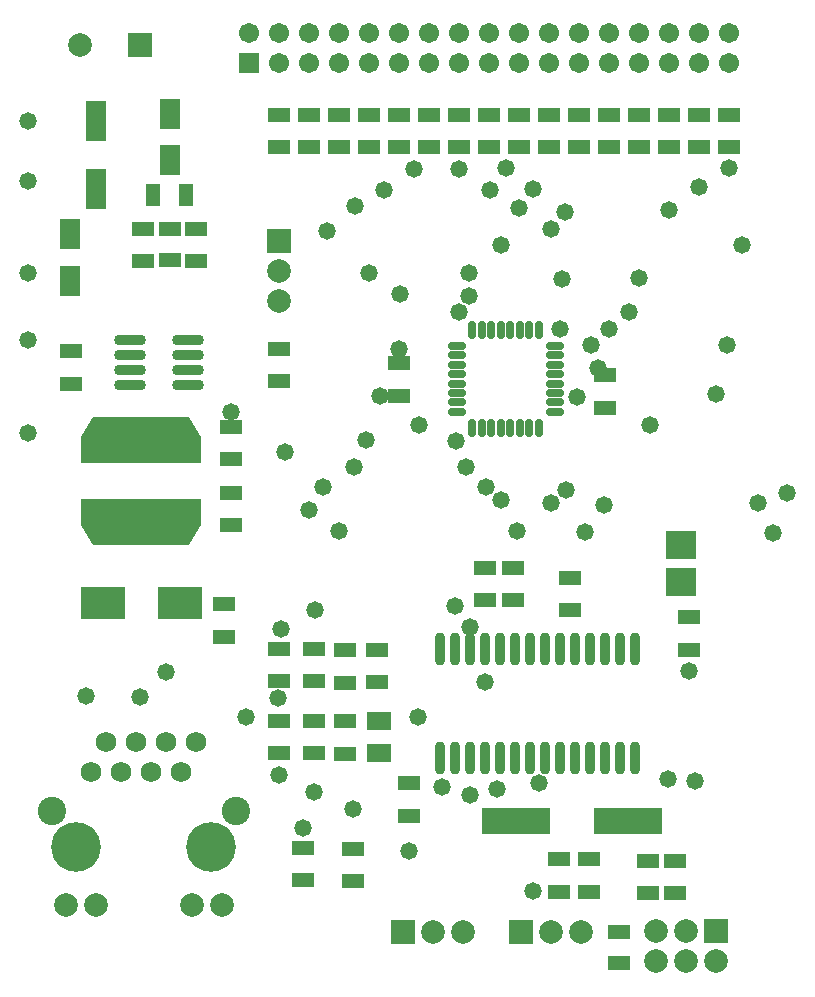
<source format=gts>
G04*
G04 #@! TF.GenerationSoftware,Altium Limited,Altium Designer,19.0.9 (268)*
G04*
G04 Layer_Color=8388736*
%FSLAX25Y25*%
%MOIN*%
G70*
G01*
G75*
%ADD10R,0.07493X0.04540*%
%ADD11O,0.03556X0.11036*%
%ADD12O,0.10642X0.03556*%
%ADD13O,0.06115X0.02965*%
%ADD14O,0.02965X0.06115*%
%ADD15R,0.06902X0.10052*%
%ADD16R,0.07099X0.13202*%
%ADD17R,0.04540X0.07493*%
%ADD18R,0.06706X0.06706*%
%ADD19R,0.14580X0.10642*%
%ADD20R,0.22847X0.09068*%
%ADD21R,0.10052X0.09265*%
%ADD22R,0.07965X0.06272*%
%ADD23C,0.07887*%
%ADD24R,0.07887X0.07887*%
%ADD25C,0.06706*%
%ADD26R,0.06706X0.06706*%
%ADD27R,0.07887X0.07887*%
%ADD28C,0.16548*%
%ADD29C,0.09461*%
%ADD30C,0.06800*%
%ADD31C,0.05800*%
G36*
X65013Y-176571D02*
X65064Y-176581D01*
X65114Y-176598D01*
X65161Y-176621D01*
X65205Y-176651D01*
X65244Y-176685D01*
X65279Y-176725D01*
X65308Y-176768D01*
X65331Y-176815D01*
X65348Y-176865D01*
X65358Y-176916D01*
X65361Y-176969D01*
X65361Y-184843D01*
X65361Y-184844D01*
X65361Y-184846D01*
X65360Y-184870D01*
X65358Y-184895D01*
X65358Y-184897D01*
X65358Y-184898D01*
X65353Y-184922D01*
X65348Y-184946D01*
X65347Y-184948D01*
X65347Y-184949D01*
X65339Y-184972D01*
X65331Y-184996D01*
X65330Y-184997D01*
X65330Y-184999D01*
X65319Y-185021D01*
X65308Y-185043D01*
X65307Y-185044D01*
X65306Y-185046D01*
X61369Y-191739D01*
X61355Y-191759D01*
X61342Y-191779D01*
X61341Y-191781D01*
X61340Y-191782D01*
X61323Y-191801D01*
X61307Y-191819D01*
X61306Y-191820D01*
X61305Y-191821D01*
X61286Y-191838D01*
X61268Y-191853D01*
X61266Y-191854D01*
X61265Y-191855D01*
X61244Y-191869D01*
X61224Y-191883D01*
X61223Y-191883D01*
X61221Y-191884D01*
X61199Y-191895D01*
X61177Y-191906D01*
X61175Y-191906D01*
X61174Y-191907D01*
X61151Y-191915D01*
X61127Y-191923D01*
X61126Y-191923D01*
X61124Y-191923D01*
X61100Y-191928D01*
X61076Y-191933D01*
X61074Y-191933D01*
X61073Y-191933D01*
X61048Y-191935D01*
X61024Y-191936D01*
X29528D01*
X29503Y-191935D01*
X29478Y-191933D01*
X29477Y-191933D01*
X29475Y-191933D01*
X29451Y-191928D01*
X29427Y-191923D01*
X29425Y-191923D01*
X29424Y-191923D01*
X29400Y-191915D01*
X29377Y-191907D01*
X29376Y-191906D01*
X29374Y-191906D01*
X29352Y-191895D01*
X29330Y-191884D01*
X29329Y-191883D01*
X29327Y-191883D01*
X29307Y-191869D01*
X29286Y-191855D01*
X29285Y-191854D01*
X29283Y-191853D01*
X29265Y-191838D01*
X29246Y-191821D01*
X29245Y-191820D01*
X29244Y-191819D01*
X29228Y-191800D01*
X29212Y-191782D01*
X29211Y-191781D01*
X29210Y-191779D01*
X29196Y-191759D01*
X29182Y-191739D01*
X25245Y-185046D01*
X25244Y-185044D01*
X25243Y-185043D01*
X25233Y-185021D01*
X25221Y-184999D01*
X25221Y-184997D01*
X25220Y-184996D01*
X25212Y-184972D01*
X25204Y-184949D01*
X25204Y-184948D01*
X25203Y-184946D01*
X25199Y-184922D01*
X25194Y-184898D01*
X25193Y-184897D01*
X25193Y-184895D01*
X25192Y-184870D01*
X25190Y-184846D01*
X25190Y-184844D01*
X25190Y-184843D01*
Y-176969D01*
X25193Y-176916D01*
X25203Y-176865D01*
X25220Y-176815D01*
X25243Y-176768D01*
X25273Y-176725D01*
X25307Y-176685D01*
X25346Y-176651D01*
X25390Y-176621D01*
X25437Y-176598D01*
X25487Y-176581D01*
X25538Y-176571D01*
X25591Y-176568D01*
X64961D01*
X65013Y-176571D01*
D02*
G37*
G36*
X61049Y-149010D02*
X61073Y-149012D01*
X61074Y-149012D01*
X61076Y-149012D01*
X61100Y-149017D01*
X61124Y-149021D01*
X61126Y-149022D01*
X61127Y-149022D01*
X61151Y-149030D01*
X61174Y-149038D01*
X61175Y-149039D01*
X61177Y-149039D01*
X61199Y-149050D01*
X61221Y-149061D01*
X61223Y-149062D01*
X61224Y-149062D01*
X61244Y-149076D01*
X61265Y-149090D01*
X61266Y-149091D01*
X61268Y-149091D01*
X61286Y-149107D01*
X61305Y-149124D01*
X61306Y-149125D01*
X61307Y-149126D01*
X61323Y-149145D01*
X61340Y-149163D01*
X61341Y-149164D01*
X61342Y-149165D01*
X61355Y-149186D01*
X61369Y-149206D01*
X65306Y-155899D01*
X65307Y-155901D01*
X65308Y-155902D01*
X65319Y-155924D01*
X65330Y-155946D01*
X65330Y-155947D01*
X65331Y-155949D01*
X65339Y-155973D01*
X65347Y-155996D01*
X65347Y-155997D01*
X65348Y-155999D01*
X65353Y-156023D01*
X65358Y-156047D01*
X65358Y-156048D01*
X65358Y-156050D01*
X65360Y-156075D01*
X65361Y-156099D01*
X65361Y-156101D01*
X65361Y-156102D01*
Y-163976D01*
X65358Y-164029D01*
X65348Y-164080D01*
X65331Y-164130D01*
X65308Y-164177D01*
X65279Y-164220D01*
X65244Y-164260D01*
X65205Y-164294D01*
X65161Y-164323D01*
X65114Y-164347D01*
X65064Y-164364D01*
X65013Y-164374D01*
X64961Y-164377D01*
X25591D01*
X25538Y-164374D01*
X25487Y-164364D01*
X25437Y-164347D01*
X25390Y-164323D01*
X25346Y-164294D01*
X25307Y-164260D01*
X25273Y-164220D01*
X25243Y-164177D01*
X25220Y-164130D01*
X25203Y-164080D01*
X25193Y-164029D01*
X25190Y-163976D01*
X25190Y-156102D01*
X25190Y-156101D01*
X25190Y-156099D01*
X25192Y-156075D01*
X25193Y-156050D01*
X25193Y-156048D01*
X25194Y-156047D01*
X25199Y-156023D01*
X25203Y-155999D01*
X25204Y-155997D01*
X25204Y-155996D01*
X25212Y-155973D01*
X25220Y-155949D01*
X25221Y-155947D01*
X25221Y-155946D01*
X25232Y-155924D01*
X25243Y-155902D01*
X25244Y-155901D01*
X25245Y-155899D01*
X29182Y-149206D01*
X29196Y-149186D01*
X29210Y-149165D01*
X29211Y-149164D01*
X29212Y-149163D01*
X29228Y-149144D01*
X29244Y-149126D01*
X29245Y-149125D01*
X29246Y-149124D01*
X29266Y-149107D01*
X29283Y-149091D01*
X29285Y-149091D01*
X29286Y-149090D01*
X29307Y-149076D01*
X29327Y-149062D01*
X29329Y-149062D01*
X29330Y-149061D01*
X29352Y-149050D01*
X29374Y-149039D01*
X29376Y-149039D01*
X29377Y-149038D01*
X29400Y-149030D01*
X29424Y-149022D01*
X29425Y-149022D01*
X29427Y-149021D01*
X29451Y-149017D01*
X29475Y-149012D01*
X29477Y-149012D01*
X29478Y-149012D01*
X29503Y-149010D01*
X29528Y-149009D01*
X61024D01*
X61049Y-149010D01*
D02*
G37*
D10*
X204724Y-331299D02*
D03*
Y-320669D02*
D03*
X63496Y-97087D02*
D03*
Y-86457D02*
D03*
X54736Y-96988D02*
D03*
Y-86358D02*
D03*
X45878Y-97087D02*
D03*
Y-86457D02*
D03*
X75197Y-174606D02*
D03*
Y-185236D02*
D03*
Y-163189D02*
D03*
Y-152559D02*
D03*
X72835Y-211417D02*
D03*
Y-222441D02*
D03*
X22047Y-127165D02*
D03*
Y-138189D02*
D03*
X214173Y-297047D02*
D03*
Y-307677D02*
D03*
X223228Y-297047D02*
D03*
Y-307677D02*
D03*
X91299Y-59252D02*
D03*
Y-48622D02*
D03*
X101299Y-59252D02*
D03*
Y-48622D02*
D03*
X111299Y-59252D02*
D03*
Y-48622D02*
D03*
X121299Y-59252D02*
D03*
Y-48622D02*
D03*
X131299Y-59252D02*
D03*
Y-48622D02*
D03*
X141299Y-59252D02*
D03*
Y-48622D02*
D03*
X200000Y-146063D02*
D03*
Y-135039D02*
D03*
X131299Y-142126D02*
D03*
Y-131102D02*
D03*
X151299Y-59252D02*
D03*
Y-48622D02*
D03*
X161299Y-59252D02*
D03*
Y-48622D02*
D03*
X171299Y-59252D02*
D03*
Y-48622D02*
D03*
X181299Y-59252D02*
D03*
Y-48622D02*
D03*
X191299Y-59252D02*
D03*
Y-48622D02*
D03*
X201299Y-59252D02*
D03*
Y-48622D02*
D03*
X211299Y-59252D02*
D03*
Y-48622D02*
D03*
X221299Y-59252D02*
D03*
Y-48622D02*
D03*
X227756Y-226772D02*
D03*
Y-215748D02*
D03*
X231299Y-59252D02*
D03*
Y-48622D02*
D03*
X241299Y-59252D02*
D03*
Y-48622D02*
D03*
X91339Y-137205D02*
D03*
Y-126575D02*
D03*
Y-226575D02*
D03*
Y-237205D02*
D03*
X113386Y-237795D02*
D03*
Y-226772D02*
D03*
X102756Y-226575D02*
D03*
Y-237205D02*
D03*
X169291Y-199409D02*
D03*
Y-210039D02*
D03*
X91339Y-261220D02*
D03*
Y-250591D02*
D03*
X113386Y-250394D02*
D03*
Y-261417D02*
D03*
X188189Y-202953D02*
D03*
Y-213583D02*
D03*
X102756Y-261220D02*
D03*
Y-250591D02*
D03*
X184646Y-307480D02*
D03*
Y-296457D02*
D03*
X99213Y-303346D02*
D03*
Y-292717D02*
D03*
X115748Y-303740D02*
D03*
Y-293110D02*
D03*
X124016Y-237598D02*
D03*
Y-226968D02*
D03*
X194685Y-307480D02*
D03*
Y-296457D02*
D03*
X159843Y-199409D02*
D03*
Y-210039D02*
D03*
X134449Y-271260D02*
D03*
Y-282283D02*
D03*
D11*
X145000Y-262862D02*
D03*
X150000D02*
D03*
X155000D02*
D03*
X160000D02*
D03*
X165000D02*
D03*
X170000D02*
D03*
X175000D02*
D03*
X180000D02*
D03*
X185000D02*
D03*
X190000D02*
D03*
X195000D02*
D03*
X200000D02*
D03*
X205000D02*
D03*
X210000D02*
D03*
X145000Y-226642D02*
D03*
X150000D02*
D03*
X155000D02*
D03*
X160000D02*
D03*
X165000D02*
D03*
X170000D02*
D03*
X175000D02*
D03*
X180000D02*
D03*
X185000D02*
D03*
X190000D02*
D03*
X195000D02*
D03*
X200000D02*
D03*
X205000D02*
D03*
X210000D02*
D03*
D12*
X60906Y-138406D02*
D03*
Y-133406D02*
D03*
Y-128406D02*
D03*
Y-123406D02*
D03*
X41614Y-138406D02*
D03*
Y-133406D02*
D03*
Y-128406D02*
D03*
Y-123406D02*
D03*
D13*
X150394Y-125394D02*
D03*
Y-128543D02*
D03*
Y-131693D02*
D03*
Y-134843D02*
D03*
Y-137992D02*
D03*
Y-141142D02*
D03*
Y-144291D02*
D03*
Y-147441D02*
D03*
X183071D02*
D03*
Y-144291D02*
D03*
Y-141142D02*
D03*
Y-137992D02*
D03*
Y-134843D02*
D03*
Y-131693D02*
D03*
Y-128543D02*
D03*
Y-125394D02*
D03*
D14*
X155709Y-152756D02*
D03*
X158858D02*
D03*
X162008D02*
D03*
X165157D02*
D03*
X168307D02*
D03*
X171457D02*
D03*
X174606D02*
D03*
X177756D02*
D03*
Y-120079D02*
D03*
X174606D02*
D03*
X171457D02*
D03*
X168307D02*
D03*
X165157D02*
D03*
X162008D02*
D03*
X158858D02*
D03*
X155709D02*
D03*
D15*
X54843Y-63642D02*
D03*
Y-48091D02*
D03*
X21654Y-88287D02*
D03*
Y-103839D02*
D03*
D16*
X30079Y-73189D02*
D03*
Y-50354D02*
D03*
D17*
X60157Y-75118D02*
D03*
X49134D02*
D03*
D18*
X45276Y-160827D02*
D03*
Y-180118D02*
D03*
D19*
X58071Y-211024D02*
D03*
X32480D02*
D03*
D20*
X170079Y-283858D02*
D03*
X207480D02*
D03*
D21*
X225197Y-204075D02*
D03*
Y-191673D02*
D03*
D22*
X124409Y-250447D02*
D03*
Y-261117D02*
D03*
D23*
X72244Y-311732D02*
D03*
X25000Y-25000D02*
D03*
X152480Y-320866D02*
D03*
X142480Y-320866D02*
D03*
X191850Y-320669D02*
D03*
X181850Y-320670D02*
D03*
X216890Y-330630D02*
D03*
X226890D02*
D03*
X236890D02*
D03*
X216890Y-320630D02*
D03*
X226890Y-320630D02*
D03*
X91299Y-100551D02*
D03*
X91299Y-110551D02*
D03*
X62244Y-311732D02*
D03*
X20079D02*
D03*
X30079D02*
D03*
D24*
X45000Y-25000D02*
D03*
X132480Y-320866D02*
D03*
X171850Y-320670D02*
D03*
X236890Y-320630D02*
D03*
D25*
X241299Y-21299D02*
D03*
Y-31299D02*
D03*
X231299Y-21299D02*
D03*
Y-31299D02*
D03*
X221299Y-21299D02*
D03*
Y-31299D02*
D03*
X211299Y-21299D02*
D03*
Y-31299D02*
D03*
X201299Y-21299D02*
D03*
Y-31299D02*
D03*
X191299Y-21299D02*
D03*
Y-31299D02*
D03*
X181299Y-21299D02*
D03*
Y-31299D02*
D03*
X171299Y-21299D02*
D03*
Y-31299D02*
D03*
X161299Y-21299D02*
D03*
Y-31299D02*
D03*
X151299Y-21299D02*
D03*
Y-31299D02*
D03*
X141299Y-21299D02*
D03*
Y-31299D02*
D03*
X131299Y-21299D02*
D03*
Y-31299D02*
D03*
X121299Y-21299D02*
D03*
Y-31299D02*
D03*
X111299Y-21299D02*
D03*
Y-31299D02*
D03*
X101299Y-21299D02*
D03*
Y-31299D02*
D03*
X91299Y-21299D02*
D03*
Y-31299D02*
D03*
X81299Y-21299D02*
D03*
D26*
Y-31299D02*
D03*
D27*
X91299Y-90551D02*
D03*
D28*
X68662Y-292441D02*
D03*
X23662D02*
D03*
D29*
X76772Y-280433D02*
D03*
X15669D02*
D03*
D30*
X43642Y-257441D02*
D03*
X33642D02*
D03*
X53642D02*
D03*
X63642D02*
D03*
X58642Y-267441D02*
D03*
X48642D02*
D03*
X28642D02*
D03*
X38642D02*
D03*
D31*
X260630Y-174409D02*
D03*
X255905Y-187795D02*
D03*
X250787Y-177953D02*
D03*
X137402Y-249213D02*
D03*
X45000Y-242520D02*
D03*
X90945Y-242913D02*
D03*
X155000Y-219291D02*
D03*
X149849Y-212205D02*
D03*
X103150Y-213386D02*
D03*
X159843Y-237402D02*
D03*
X75197Y-147638D02*
D03*
X91732Y-219685D02*
D03*
X53543Y-234252D02*
D03*
X26772Y-242126D02*
D03*
X91299Y-268504D02*
D03*
X145669Y-272441D02*
D03*
X102756Y-274016D02*
D03*
X155000Y-275197D02*
D03*
X163779Y-273228D02*
D03*
X134449Y-293701D02*
D03*
X177756Y-271260D02*
D03*
X175984Y-307087D02*
D03*
X227756Y-233858D02*
D03*
X229921Y-270472D02*
D03*
X99213Y-286221D02*
D03*
X220866Y-269685D02*
D03*
X115748Y-279921D02*
D03*
X195286Y-125197D02*
D03*
X184868Y-119685D02*
D03*
X201181D02*
D03*
X185433Y-103150D02*
D03*
X211299Y-102756D02*
D03*
X186614Y-80709D02*
D03*
X221260Y-80315D02*
D03*
X175984Y-73189D02*
D03*
X231299Y-72441D02*
D03*
X166929Y-66142D02*
D03*
X241299D02*
D03*
X116142Y-165748D02*
D03*
X153543D02*
D03*
X116535Y-78740D02*
D03*
X171260Y-79528D02*
D03*
X107087Y-87008D02*
D03*
X181890Y-86614D02*
D03*
X150356Y-157087D02*
D03*
X207874Y-114173D02*
D03*
X151181D02*
D03*
X214961Y-151969D02*
D03*
X137795D02*
D03*
X120079Y-156693D02*
D03*
X124803Y-142058D02*
D03*
X126378Y-73622D02*
D03*
X161417D02*
D03*
X121260Y-101181D02*
D03*
X154724Y-101181D02*
D03*
Y-108661D02*
D03*
X131496Y-108268D02*
D03*
X136221Y-66535D02*
D03*
X151181D02*
D03*
X190551Y-142638D02*
D03*
X236890Y-141339D02*
D03*
X197638Y-132677D02*
D03*
X240551Y-125197D02*
D03*
X245669Y-91732D02*
D03*
X93307Y-160827D02*
D03*
X131299Y-126575D02*
D03*
X181850Y-177953D02*
D03*
X187008Y-173622D02*
D03*
X193307Y-187402D02*
D03*
X199606Y-178346D02*
D03*
X170669Y-187008D02*
D03*
X111299D02*
D03*
X105906Y-172441D02*
D03*
X160236D02*
D03*
X165354Y-176772D02*
D03*
X101299Y-180315D02*
D03*
X80256Y-249213D02*
D03*
X165150Y-91732D02*
D03*
X7598Y-154331D02*
D03*
Y-123622D02*
D03*
Y-101181D02*
D03*
Y-70472D02*
D03*
Y-50354D02*
D03*
M02*

</source>
